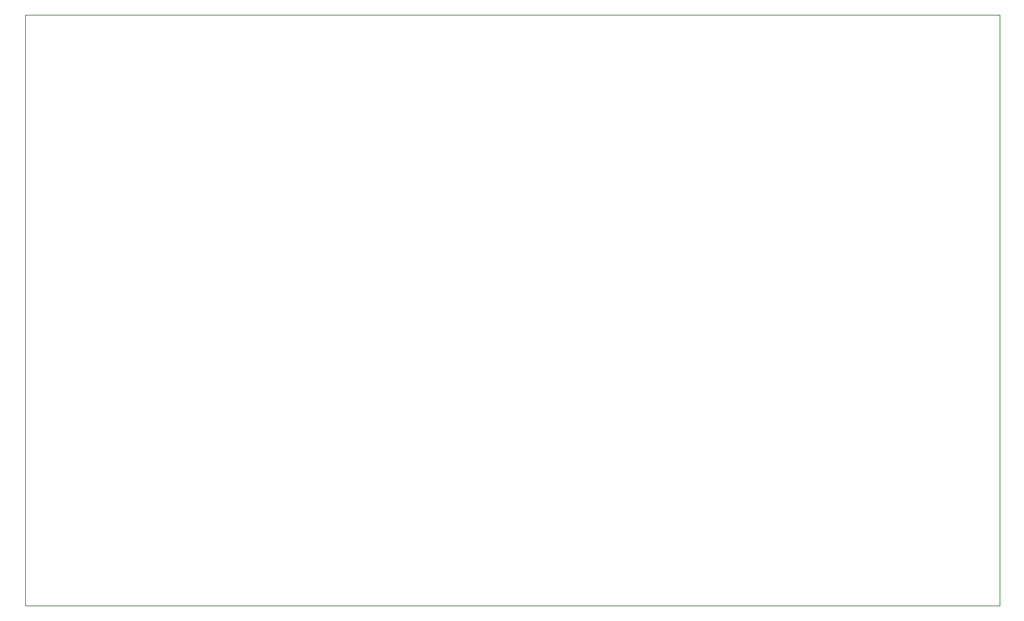
<source format=gbr>
G04 #@! TF.GenerationSoftware,KiCad,Pcbnew,(7.0.0)*
G04 #@! TF.CreationDate,2023-03-28T16:02:03-07:00*
G04 #@! TF.ProjectId,OpenSprinkler,4f70656e-5370-4726-996e-6b6c65722e6b,1*
G04 #@! TF.SameCoordinates,Original*
G04 #@! TF.FileFunction,Profile,NP*
%FSLAX46Y46*%
G04 Gerber Fmt 4.6, Leading zero omitted, Abs format (unit mm)*
G04 Created by KiCad (PCBNEW (7.0.0)) date 2023-03-28 16:02:03*
%MOMM*%
%LPD*%
G01*
G04 APERTURE LIST*
G04 #@! TA.AperFunction,Profile*
%ADD10C,0.100000*%
G04 #@! TD*
G04 APERTURE END LIST*
D10*
X79080900Y-62118000D02*
X190692500Y-62118000D01*
X190692500Y-62118000D02*
X190692500Y-129844800D01*
X190692500Y-129844800D02*
X79080900Y-129844800D01*
X79080900Y-129844800D02*
X79080900Y-62118000D01*
M02*

</source>
